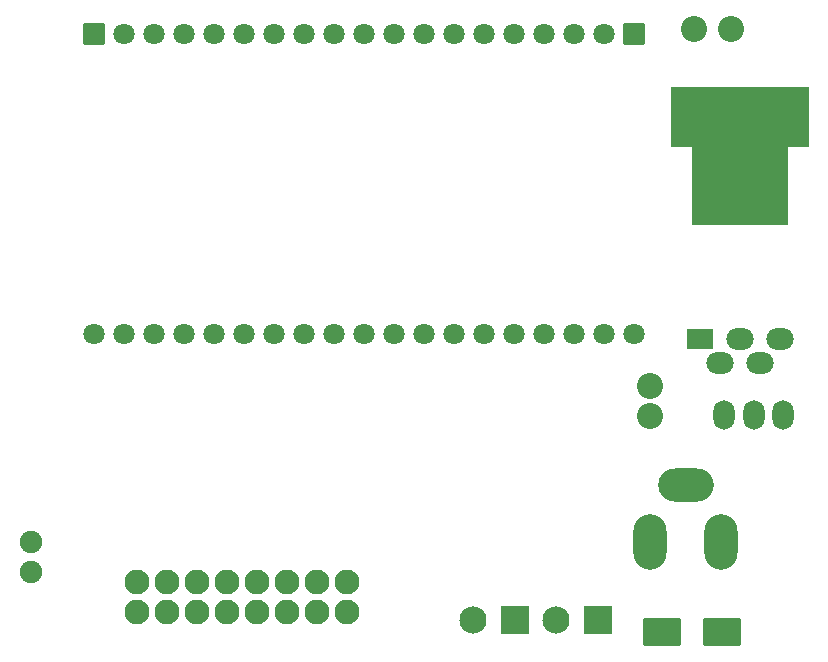
<source format=gbs>
G04 Layer: BottomSolderMaskLayer*
G04 EasyEDA v6.5.23, 2023-04-09 10:26:07*
G04 330b7c5f45e04ff093bb28af9a5d1234,10*
G04 Gerber Generator version 0.2*
G04 Scale: 100 percent, Rotated: No, Reflected: No *
G04 Dimensions in millimeters *
G04 leading zeros omitted , absolute positions ,4 integer and 5 decimal *
%FSLAX45Y45*%
%MOMM*%

%AMMACRO1*4,1,8,-4.0513,-5.8318,-4.0513,0.7722,-5.8293,0.7722,-5.8293,5.8318,5.8293,5.8318,5.8293,0.7722,4.0513,0.7722,4.0513,-5.8318,-4.0513,-5.8318,0*%
%AMMACRO2*1,1,$1,$2,$3*1,1,$1,$4,$5*1,1,$1,0-$2,0-$3*1,1,$1,0-$4,0-$5*20,1,$1,$2,$3,$4,$5,0*20,1,$1,$4,$5,0-$2,0-$3,0*20,1,$1,0-$2,0-$3,0-$4,0-$5,0*20,1,$1,0-$4,0-$5,$2,$3,0*4,1,4,$2,$3,$4,$5,0-$2,0-$3,0-$4,0-$5,$2,$3,0*%
%AMMACRO3*4,1,4,-1.1024,-0.8522,-1.1024,0.8522,1.1024,0.8522,1.1024,-0.8522,-1.1024,-0.8522,0*%
%ADD10MACRO1*%
%ADD11MACRO2,0.2032X-1.5X1.1X1.5X1.1*%
%ADD12C,1.9016*%
%ADD13MACRO2,0.2032X1.1X-1.1X-1.1X-1.1*%
%ADD14C,2.3016*%
%ADD15C,2.2032*%
%ADD16C,2.1016*%
%ADD17C,1.8016*%
%ADD18MACRO2,0.1016X-0.85X-0.85X-0.85X0.85*%
%ADD19MACRO2,0.1016X-0.85X0.85X0.85X0.85*%
%ADD20O,4.703191X2.8031948000000004*%
%ADD21O,2.8031948000000004X4.703191*%
%ADD22O,1.8031968X2.5031954*%
%ADD23MACRO3*%
%ADD24O,2.3031957999999997X1.8532094000000001*%
%ADD25C,5.2032*%

%LPD*%
D10*
G01*
X6343650Y4616704D03*
D11*
G01*
X5689600Y584200D03*
G01*
X6197600Y584200D03*
D12*
G01*
X342900Y1092200D03*
G01*
X342900Y1346200D03*
D13*
G01*
X5140693Y685800D03*
D14*
G01*
X4790719Y685800D03*
D13*
G01*
X4437951Y685871D03*
D14*
G01*
X4087977Y685871D03*
D15*
G01*
X6274104Y5691403D03*
D16*
G01*
X3015234Y1004620D03*
G01*
X3015234Y750620D03*
G01*
X2761234Y1004620D03*
G01*
X2761259Y750646D03*
G01*
X2507234Y1004620D03*
G01*
X2507234Y750620D03*
G01*
X2253234Y1004620D03*
G01*
X2253259Y750646D03*
G01*
X1999234Y1004620D03*
G01*
X1999234Y750620D03*
G01*
X1745234Y1004620D03*
G01*
X1745234Y750620D03*
G01*
X1491234Y1004620D03*
G01*
X1491234Y750620D03*
G01*
X1237234Y1004620D03*
G01*
X1237259Y750646D03*
D17*
G01*
X5194325Y3111500D03*
G01*
X4940325Y3111500D03*
G01*
X4686325Y3111500D03*
G01*
X4432325Y3111500D03*
G01*
X4178325Y3111500D03*
G01*
X3924325Y3111500D03*
G01*
X3670325Y3111500D03*
G01*
X3416325Y3111500D03*
G01*
X3162325Y3111500D03*
G01*
X2908325Y3111500D03*
G01*
X2654325Y3111500D03*
G01*
X2400325Y3111500D03*
G01*
X2146325Y3111500D03*
G01*
X1892325Y3111500D03*
G01*
X1638325Y3111500D03*
G01*
X4940325Y5651500D03*
G01*
X4686325Y5651500D03*
G01*
X4432325Y5651500D03*
G01*
X4178325Y5651500D03*
G01*
X3924325Y5651500D03*
G01*
X3670325Y5651500D03*
G01*
X3416325Y5651500D03*
G01*
X3162325Y5651500D03*
G01*
X2908325Y5651500D03*
G01*
X2654325Y5651500D03*
G01*
X2400325Y5651500D03*
G01*
X2146325Y5651500D03*
G01*
X1892325Y5651500D03*
G01*
X1638325Y5651500D03*
G01*
X5194325Y5651500D03*
G01*
X1384325Y3111500D03*
G01*
X1130325Y3111500D03*
G01*
X5448325Y3111500D03*
D18*
G01*
X5448300Y5651512D03*
D17*
G01*
X1384325Y5651500D03*
G01*
X1130325Y5651500D03*
G01*
X876325Y3111500D03*
D19*
G01*
X876313Y5651498D03*
D20*
G01*
X5885179Y1826260D03*
D21*
G01*
X6184900Y1346200D03*
G01*
X5585459Y1346200D03*
D22*
G01*
X6214262Y2425674D03*
G01*
X6464274Y2425674D03*
G01*
X6714261Y2425674D03*
D15*
G01*
X5588050Y2413000D03*
G01*
X5588025Y2667000D03*
G01*
X5953785Y5690438D03*
D23*
G01*
X6008877Y3061588D03*
D24*
G01*
X6348856Y3061614D03*
G01*
X6178854Y2861614D03*
G01*
X6518859Y2861614D03*
G01*
X6688861Y3061614D03*
D25*
G01*
X6343700Y4864100D03*
M02*

</source>
